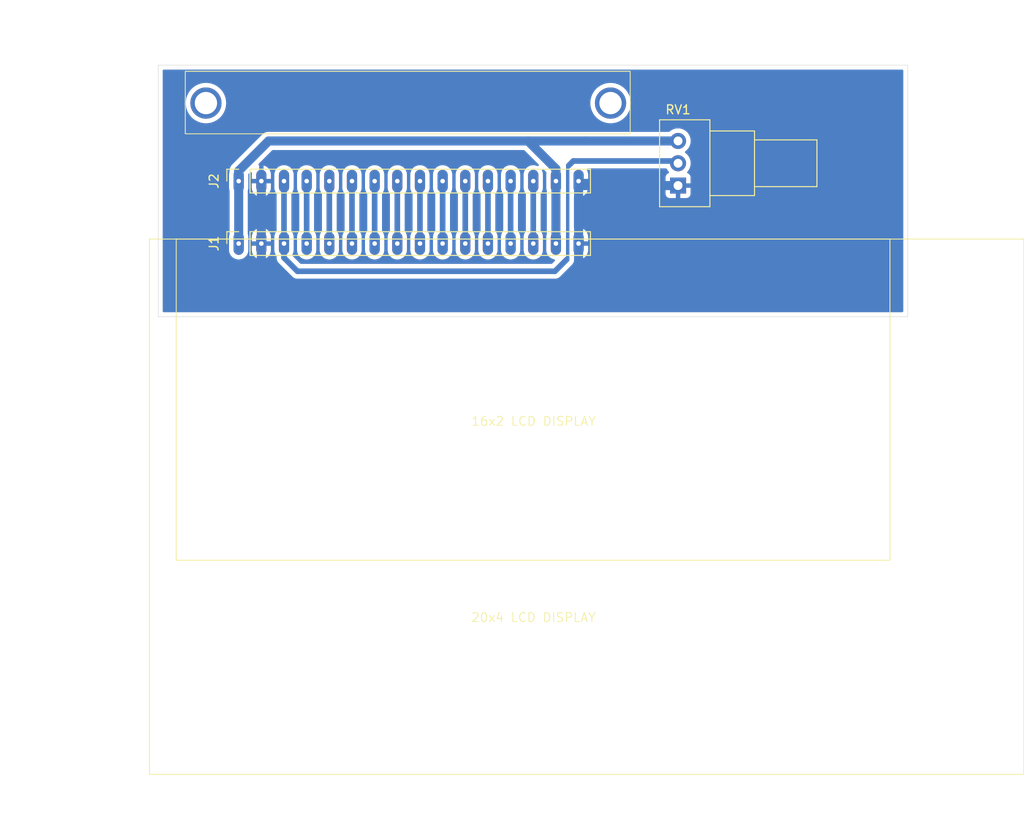
<source format=kicad_pcb>
(kicad_pcb (version 20240108) (generator "pcbnew") (generator_version "8.0")
  (layers (0 "F.Cu" signal) (31 "B.Cu" signal) (34 "B.Paste" user) (35 "F.Paste" user) (36 "B.SilkS" user "B.Silkscreen") (37 "F.SilkS" user "F.Silkscreen") (38 "B.Mask" user) (39 "F.Mask" user) (44 "Edge.Cuts" user))
  (net 0 "")
  (net 1 "Net-(J1-Pin_13)")
  (net 2 "Net-(J1-Pin_3)")
  (net 3 "Net-(J1-Pin_10)")
  (net 4 "Net-(J1-Pin_11)")
  (net 5 "Net-(J1-Pin_6)")
  (net 6 "Net-(J1-Pin_7)")
  (net 7 "Net-(J1-Pin_5)")
  (net 8 "Net-(J1-Pin_9)")
  (net 9 "Net-(J1-Pin_14)")
  (net 10 "Net-(J1-Pin_8)")
  (net 11 "Net-(J1-Pin_4)")
  (net 12 "Net-(J1-Pin_12)")
  (net 13 "VSS")
  (net 14 "GND")
  (footprint "on_board_conn:waski" (layer "F.Cu") (at 89.89 99.17 90)
    (property "Reference" "J2" (at 0 -2.77 90) (layer "F.SilkS"))
    (property "Value" "Conn_01x16_Pin")
    (fp_line (start 1.33 -1.33) (end 1.33 0) (stroke (width 0.12)) (layer "F.SilkS"))
    (fp_line (start 0 -1.33) (end 1.33 -1.33) (stroke (width 0.12)) (layer "F.SilkS"))
    (fp_line (start 1.33 1.27) (end 1.33 39.43) (stroke (width 0.12)) (layer "F.SilkS"))
    (fp_line (start -1.33 1.27) (end 1.33 1.27) (stroke (width 0.12)) (layer "F.SilkS"))
    (fp_line (start -1.33 1.27) (end -1.33 39.43) (stroke (width 0.12)) (layer "F.SilkS"))
    (fp_line (start -1.33 39.43) (end 1.33 39.43) (stroke (width 0.12)) (layer "F.SilkS"))
    (pad "1" thru_hole oval (at 0 0 90) (size 2.54 1.143) (drill 0.508) (layers "*.Cu" "*.Mask") (net 13 "VSS"))
    (pad "2" thru_hole oval (at 0 2.54 90) (size 2.54 1.143) (drill 0.508) (layers "*.Cu" "*.Mask") (net 14 "GND"))
    (pad "3" thru_hole oval (at 0 5.08 90) (size 2.54 1.143) (drill 0.508) (layers "*.Cu" "*.Mask") (net 2 "Net-(J1-Pin_3)"))
    (pad "4" thru_hole oval (at 0 7.62 90) (size 2.54 1.143) (drill 0.508) (layers "*.Cu" "*.Mask") (net 11 "Net-(J1-Pin_4)"))
    (pad "5" thru_hole oval (at 0 10.16 90) (size 2.54 1.143) (drill 0.508) (layers "*.Cu" "*.Mask") (net 7 "Net-(J1-Pin_5)"))
    (pad "6" thru_hole oval (at 0 12.7 90) (size 2.54 1.143) (drill 0.508) (layers "*.Cu" "*.Mask") (net 5 "Net-(J1-Pin_6)"))
    (pad "7" thru_hole oval (at 0 15.24 90) (size 2.54 1.143) (drill 0.508) (layers "*.Cu" "*.Mask") (net 6 "Net-(J1-Pin_7)"))
    (pad "8" thru_hole oval (at 0 17.78 90) (size 2.54 1.143) (drill 0.508) (layers "*.Cu" "*.Mask") (net 10 "Net-(J1-Pin_8)"))
    (pad "9" thru_hole oval (at 0 20.32 90) (size 2.54 1.143) (drill 0.508) (layers "*.Cu" "*.Mask") (net 8 "Net-(J1-Pin_9)"))
    (pad "10" thru_hole oval (at 0 22.86 90) (size 2.54 1.143) (drill 0.508) (layers "*.Cu" "*.Mask") (net 3 "Net-(J1-Pin_10)"))
    (pad "11" thru_hole oval (at 0 25.4 90) (size 2.54 1.143) (drill 0.508) (layers "*.Cu" "*.Mask") (net 4 "Net-(J1-Pin_11)"))
    (pad "12" thru_hole oval (at 0 27.94 90) (size 2.54 1.143) (drill 0.508) (layers "*.Cu" "*.Mask") (net 12 "Net-(J1-Pin_12)"))
    (pad "13" thru_hole oval (at 0 30.48 90) (size 2.54 1.143) (drill 0.508) (layers "*.Cu" "*.Mask") (net 1 "Net-(J1-Pin_13)"))
    (pad "14" thru_hole oval (at 0 33.02 90) (size 2.54 1.143) (drill 0.508) (layers "*.Cu" "*.Mask") (net 9 "Net-(J1-Pin_14)"))
    (pad "15" thru_hole oval (at 0 35.56 90) (size 2.54 1.143) (drill 0.508) (layers "*.Cu" "*.Mask") (net 13 "VSS"))
    (pad "16" thru_hole oval (at 0 38.1 90) (size 2.54 1.143) (drill 0.508) (layers "*.Cu" "*.Mask") (net 14 "GND"))
  )
  (footprint "Connector_PinSocket_2.54mm:PinSocket_1x16_P2.54mm_Vertical" (layer "F.Cu") (at 89.89 106.17 90)
    (property "Reference" "J1" (at 0 -2.77 90) (layer "F.SilkS"))
    (property "Value" "Conn_01x16_Pin" (hide yes))
    (fp_line (start 1.33 -1.33) (end 1.33 0) (stroke (width 0.12)) (layer "F.SilkS"))
    (fp_line (start 0 -1.33) (end 1.33 -1.33) (stroke (width 0.12)) (layer "F.SilkS"))
    (fp_line (start 1.33 1.27) (end 1.33 39.43) (stroke (width 0.12)) (layer "F.SilkS"))
    (fp_line (start -1.33 1.27) (end 1.33 1.27) (stroke (width 0.12)) (layer "F.SilkS"))
    (fp_line (start -1.33 1.27) (end -1.33 39.43) (stroke (width 0.12)) (layer "F.SilkS"))
    (fp_line (start -1.33 39.43) (end 1.33 39.43) (stroke (width 0.12)) (layer "F.SilkS"))
    (pad "1" thru_hole oval (at 0 0 90) (size 2.54 1.143) (drill 0.508) (layers "*.Cu" "*.Mask") (net 13 "VSS"))
    (pad "2" thru_hole oval (at 0 2.54 90) (size 2.54 1.143) (drill 0.508) (layers "*.Cu" "*.Mask") (net 14 "GND"))
    (pad "3" thru_hole oval (at 0 5.08 90) (size 2.54 1.143) (drill 0.508) (layers "*.Cu" "*.Mask") (net 2 "Net-(J1-Pin_3)"))
    (pad "4" thru_hole oval (at 0 7.62 90) (size 2.54 1.143) (drill 0.508) (layers "*.Cu" "*.Mask") (net 11 "Net-(J1-Pin_4)"))
    (pad "5" thru_hole oval (at 0 10.16 90) (size 2.54 1.143) (drill 0.508) (layers "*.Cu" "*.Mask") (net 7 "Net-(J1-Pin_5)"))
    (pad "6" thru_hole oval (at 0 12.7 90) (size 2.54 1.143) (drill 0.508) (layers "*.Cu" "*.Mask") (net 5 "Net-(J1-Pin_6)"))
    (pad "7" thru_hole oval (at 0 15.24 90) (size 2.54 1.143) (drill 0.508) (layers "*.Cu" "*.Mask") (net 6 "Net-(J1-Pin_7)"))
    (pad "8" thru_hole oval (at 0 17.78 90) (size 2.54 1.143) (drill 0.508) (layers "*.Cu" "*.Mask") (net 10 "Net-(J1-Pin_8)"))
    (pad "9" thru_hole oval (at 0 20.32 90) (size 2.54 1.143) (drill 0.508) (layers "*.Cu" "*.Mask") (net 8 "Net-(J1-Pin_9)"))
    (pad "10" thru_hole oval (at 0 22.86 90) (size 2.54 1.143) (drill 0.508) (layers "*.Cu" "*.Mask") (net 3 "Net-(J1-Pin_10)"))
    (pad "11" thru_hole oval (at 0 25.4 90) (size 2.54 1.143) (drill 0.508) (layers "*.Cu" "*.Mask") (net 4 "Net-(J1-Pin_11)"))
    (pad "12" thru_hole oval (at 0 27.94 90) (size 2.54 1.143) (drill 0.508) (layers "*.Cu" "*.Mask") (net 12 "Net-(J1-Pin_12)"))
    (pad "13" thru_hole oval (at 0 30.48 90) (size 2.54 1.143) (drill 0.508) (layers "*.Cu" "*.Mask") (net 1 "Net-(J1-Pin_13)"))
    (pad "14" thru_hole oval (at 0 33.02 90) (size 2.54 1.143) (drill 0.508) (layers "*.Cu" "*.Mask") (net 9 "Net-(J1-Pin_14)"))
    (pad "15" thru_hole oval (at 0 35.56 90) (size 2.54 1.143) (drill 0.508) (layers "*.Cu" "*.Mask") (net 13 "VSS"))
    (pad "16" thru_hole oval (at 0 38.1 90) (size 2.54 1.143) (drill 0.508) (layers "*.Cu" "*.Mask") (net 14 "GND"))
  )
  (footprint "Potentiometer_THT:Potentiometer_Alps_RK09Y11_Single_Horizontal" (layer "F.Cu") (at 139.14 99.67 180)
    (property "Reference" "RV1" (at 0 8.5 360) (layer "F.SilkS"))
    (property "Value" "10k")
    (fp_line (start 2.071 7.37) (end 2.071 -2.37) (stroke (width 0.12)) (layer "F.SilkS"))
    (fp_line (start 2.071 7.37) (end -3.57 7.37) (stroke (width 0.12)) (layer "F.SilkS"))
    (fp_line (start 2.071 -2.37) (end -3.57 -2.37) (stroke (width 0.12)) (layer "F.SilkS"))
    (fp_line (start -3.57 7.37) (end -3.57 -2.37) (stroke (width 0.12)) (layer "F.SilkS"))
    (fp_line (start -3.57 6.12) (end -8.57 6.12) (stroke (width 0.12)) (layer "F.SilkS"))
    (fp_line (start -3.57 -1.12) (end -8.57 -1.12) (stroke (width 0.12)) (layer "F.SilkS"))
    (fp_line (start -8.57 6.12) (end -8.57 -1.12) (stroke (width 0.12)) (layer "F.SilkS"))
    (fp_line (start -8.57 5.12) (end -15.57 5.12) (stroke (width 0.12)) (layer "F.SilkS"))
    (fp_line (start -8.57 -0.12) (end -15.57 -0.12) (stroke (width 0.12)) (layer "F.SilkS"))
    (fp_line (start -15.57 5.12) (end -15.57 -0.12) (stroke (width 0.12)) (layer "F.SilkS"))
    (pad "1" thru_hole rect (at 0 0) (size 1.8 1.8) (drill 1) (layers "*.Cu" "*.Mask") (net 14 "GND"))
    (pad "2" thru_hole circle (at 0 2.5) (size 1.8 1.8) (drill 1) (layers "*.Cu" "*.Mask") (net 2 "Net-(J1-Pin_3)"))
    (pad "3" thru_hole circle (at 0 5) (size 1.8 1.8) (drill 1) (layers "*.Cu" "*.Mask") (net 13 "VSS"))
  )
  (gr_rect (start 79.89 105.67) (end 177.89 165.67) (stroke (width 0.1)) (fill none) (layer "F.SilkS"))
  (gr_rect (start 83.903 86.868) (end 133.775 93.868) (stroke (width 0.1)) (fill none) (layer "F.SilkS"))
  (gr_rect (start 82.89 105.67) (end 162.89 141.67) (stroke (width 0.1)) (fill none) (layer "F.SilkS"))
  (gr_rect (start 80.87 86.17) (end 164.89 114.37) (stroke (width 0.05)) (fill none) (layer "Edge.Cuts"))
  (gr_text "16x2 LCD DISPLAY\n" (at 115.91 126.67 0) (layer "F.SilkS") (effects (font (size 1 1) (thickness 0.1)) (justify left bottom)))
  (gr_text "20x4 LCD DISPLAY\n" (at 115.89 148.67 0) (layer "F.SilkS") (effects (font (size 1 1) (thickness 0.1)) (justify left bottom)))
  (via (at 131.572 90.424) (size 3.5) (drill 2.5) (layers "F.Cu" "B.Cu") (net 0))
  (via (at 86.22 90.424) (size 3.5) (drill 2.5) (layers "F.Cu" "B.Cu") (net 0))
  (segment (start 120.37 99.17) (end 120.37 106.17) (width 0.635) (layer "B.Cu") (net 1))
  (segment (start 94.97 106.483761) (end 94.97 106.17) (width 0.635) (layer "B.Cu") (net 2))
  (segment (start 94.97 98.25) (end 94.97 99.17) (width 0.635) (layer "B.Cu") (net 2))
  (segment (start 126.77 97.546) (end 126.77 107.968) (width 0.381) (layer "B.Cu") (net 2))
  (segment (start 138.886 96.916) (end 139.14 97.17) (width 0.635) (layer "B.Cu") (net 2))
  (segment (start 94.97 99.17) (end 94.97 106.17) (width 0.635) (layer "B.Cu") (net 2))
  (segment (start 126.892 97.424) (end 127.4 96.916) (width 0.635) (layer "B.Cu") (net 2))
  (segment (start 96.48 109.278) (end 125.34 109.278) (width 0.635) (layer "B.Cu") (net 2))
  (segment (start 94.97 107.768) (end 96.48 109.278) (width 0.635) (layer "B.Cu") (net 2))
  (segment (start 125.34 109.278) (end 126.66 107.958) (width 0.635) (layer "B.Cu") (net 2))
  (segment (start 94.97 106.17) (end 94.97 107.768) (width 0.635) (layer "B.Cu") (net 2))
  (segment (start 126.892 97.424) (end 126.77 97.546) (width 0.381) (layer "B.Cu") (net 2))
  (segment (start 127.4 96.916) (end 138.886 96.916) (width 0.635) (layer "B.Cu") (net 2))
  (segment (start 112.75 99.17) (end 112.75 106.17) (width 0.635) (layer "B.Cu") (net 3))
  (segment (start 115.29 99.17) (end 115.29 106.17) (width 0.635) (layer "B.Cu") (net 4))
  (segment (start 102.59 99.17) (end 102.59 106.17) (width 0.635) (layer "B.Cu") (net 5))
  (segment (start 105.13 99.17) (end 105.13 106.17) (width 0.635) (layer "B.Cu") (net 6))
  (segment (start 100.05 99.17) (end 100.05 106.17) (width 0.635) (layer "B.Cu") (net 7))
  (segment (start 110.21 99.17) (end 110.21 106.17) (width 0.635) (layer "B.Cu") (net 8))
  (segment (start 122.91 99.17) (end 122.91 106.17) (width 0.635) (layer "B.Cu") (net 9))
  (segment (start 107.67 99.17) (end 107.67 106.17) (width 0.635) (layer "B.Cu") (net 10))
  (segment (start 97.51 99.17) (end 97.51 106.17) (width 0.635) (layer "B.Cu") (net 11))
  (segment (start 117.83 99.17) (end 117.83 106.17) (width 0.635) (layer "B.Cu") (net 12))
  (segment (start 89.89 98.027) (end 89.89 99.17) (width 1.016) (layer "B.Cu") (net 13))
  (segment (start 125.45 97.8) (end 122.32 94.67) (width 1.016) (layer "B.Cu") (net 13))
  (segment (start 122.32 94.67) (end 93.247 94.67) (width 1.016) (layer "B.Cu") (net 13))
  (segment (start 125.45 99.17) (end 125.45 97.8) (width 1.016) (layer "B.Cu") (net 13))
  (segment (start 89.89 99.17) (end 89.89 106.17) (width 1.016) (layer "B.Cu") (net 13))
  (segment (start 128.807 94.67) (end 122.32 94.67) (width 1.016) (layer "B.Cu") (net 13))
  (segment (start 125.45 99.17) (end 125.45 106.17) (width 1.016) (layer "B.Cu") (net 13))
  (segment (start 139.14 94.67) (end 128.807 94.67) (width 1.016) (layer "B.Cu") (net 13))
  (segment (start 93.247 94.67) (end 89.89 98.027) (width 1.016) (layer "B.Cu") (net 13))
  (segment (start 92.43 109.078) (end 92.43 106.17) (width 1.016) (layer "B.Cu") (net 14))
  (segment (start 139.14 99.67) (end 128.49 99.67) (width 1.016) (layer "B.Cu") (net 14))
  (segment (start 128.49 99.67) (end 127.99 99.17) (width 1.016) (layer "B.Cu") (net 14))
  (segment (start 92.43 107.313) (end 92.43 106.17) (width 1.016) (layer "B.Cu") (net 14))
  (segment (start 94.47 111.118) (end 92.43 109.078) (width 1.016) (layer "B.Cu") (net 14))
  (segment (start 127.99 106.17) (end 127.99 108.898) (width 1.016) (layer "B.Cu") (net 14))
  (segment (start 92.43 99.17) (end 92.43 106.17) (width 1.016) (layer "B.Cu") (net 14))
  (segment (start 127.99 108.898) (end 125.77 111.118) (width 1.016) (layer "B.Cu") (net 14))
  (segment (start 125.77 111.118) (end 94.47 111.118) (width 1.016) (layer "B.Cu") (net 14))
  (segment (start 127.99 99.17) (end 127.99 106.17) (width 1.016) (layer "B.Cu") (net 14))
  (zone (net 14) (net_name "GND") (layer "B.Cu") (connect_pads (clearance 0.5)) (min_thickness 0.25) (fill yes (thermal_gap 0.5) (thermal_bridge_width 0.5))
    (polygon (pts (xy 80.87 86.168) (xy 164.92 86.168) (xy 164.92 114.368) (xy 80.87 114.368)))
  )
)
</source>
